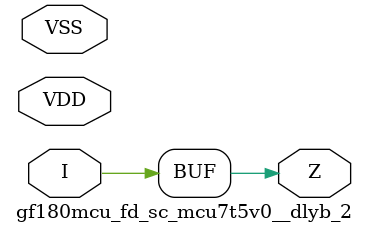
<source format=v>

module gf180mcu_fd_sc_mcu7t5v0__dlyb_2( I, Z, VDD, VSS );
input I;
inout VDD, VSS;
output Z;

	buf MGM_BG_0( Z, I );

endmodule

</source>
